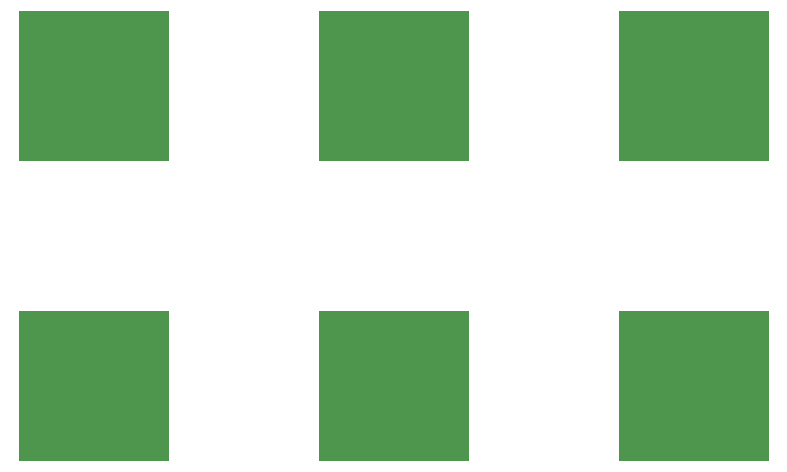
<source format=gbr>
%FSLAX34Y34*%%MOIN*%%ADD10R,0.5X0.5*%%SRX3Y2I1J1*%D10*X0Y0D03*M02*
</source>
